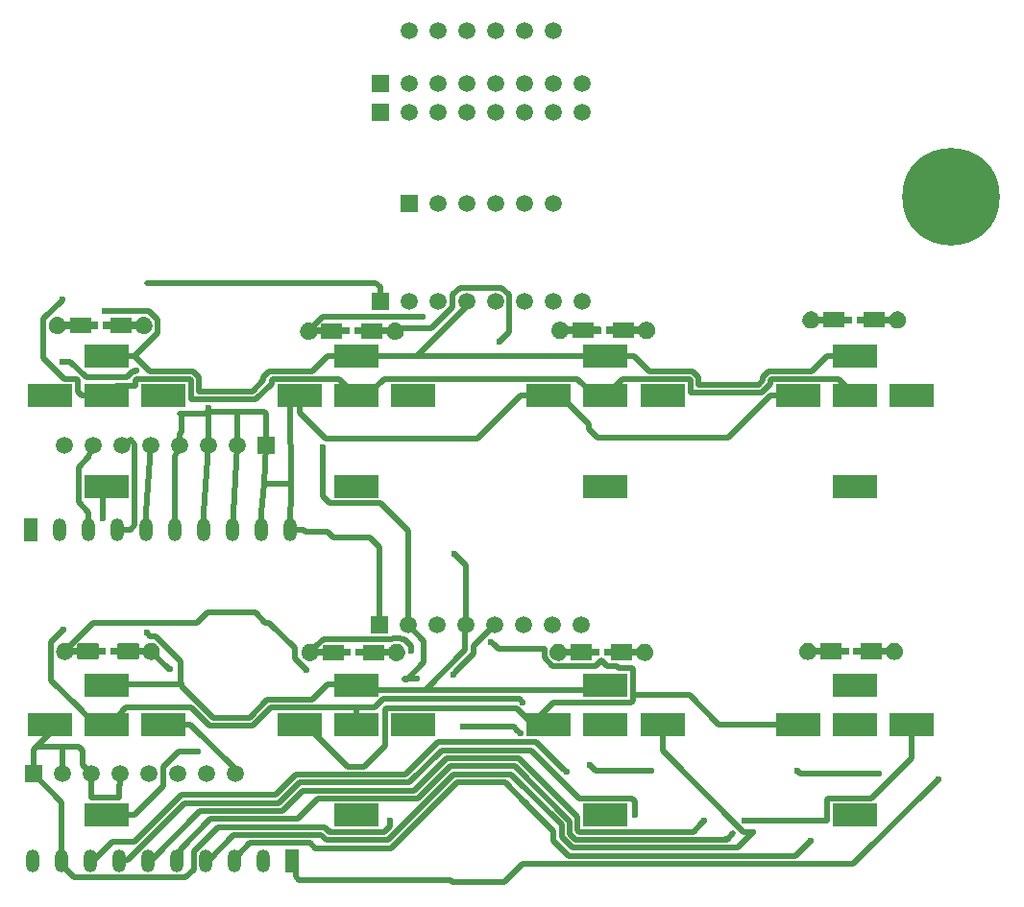
<source format=gbl>
G04 #@! TF.GenerationSoftware,KiCad,Pcbnew,(5.1.5)-3*
G04 #@! TF.CreationDate,2020-12-12T23:50:59-08:00*
G04 #@! TF.ProjectId,button_pcb_4x_laz16-11_,62757474-6f6e-45f7-9063-625f34785f6c,rev?*
G04 #@! TF.SameCoordinates,Original*
G04 #@! TF.FileFunction,Copper,L2,Bot*
G04 #@! TF.FilePolarity,Positive*
%FSLAX46Y46*%
G04 Gerber Fmt 4.6, Leading zero omitted, Abs format (unit mm)*
G04 Created by KiCad (PCBNEW (5.1.5)-3) date 2020-12-12 23:50:59*
%MOMM*%
%LPD*%
G04 APERTURE LIST*
%ADD10C,0.100000*%
%ADD11R,4.000000X2.000000*%
%ADD12C,1.500000*%
%ADD13R,1.500000X1.500000*%
%ADD14O,1.200000X2.000000*%
%ADD15R,1.200000X2.000000*%
%ADD16C,8.600000*%
%ADD17C,0.600000*%
%ADD18C,0.508000*%
G04 APERTURE END LIST*
G04 #@! TA.AperFunction,ComponentPad*
D10*
G36*
X78988191Y49436247D02*
G01*
X78914849Y49450836D01*
X78843290Y49472543D01*
X78774203Y49501160D01*
X78708254Y49536411D01*
X78646077Y49577956D01*
X78588272Y49625395D01*
X78535395Y49678272D01*
X78487956Y49736077D01*
X78446411Y49798254D01*
X78411160Y49864203D01*
X78382543Y49933290D01*
X78360836Y50004849D01*
X78346247Y50078191D01*
X78338918Y50152610D01*
X78338918Y50227390D01*
X78346247Y50301809D01*
X78360836Y50375151D01*
X78382543Y50446710D01*
X78411160Y50515797D01*
X78446411Y50581746D01*
X78487956Y50643923D01*
X78535395Y50701728D01*
X78588272Y50754605D01*
X78646077Y50802044D01*
X78708254Y50843589D01*
X78774203Y50878840D01*
X78843290Y50907457D01*
X78914849Y50929164D01*
X78988191Y50943753D01*
X79062610Y50951082D01*
X79137390Y50951082D01*
X79211809Y50943753D01*
X79285151Y50929164D01*
X79356710Y50907457D01*
X79425797Y50878840D01*
X79491746Y50843589D01*
X79553923Y50802044D01*
X79611728Y50754605D01*
X79664605Y50701728D01*
X79712044Y50643923D01*
X79753589Y50581746D01*
X79788840Y50515797D01*
X79797869Y50494000D01*
X80193000Y50494000D01*
X80193000Y50825000D01*
X80193961Y50834755D01*
X80196806Y50844134D01*
X80201427Y50852779D01*
X80207645Y50860355D01*
X80215221Y50866573D01*
X80223866Y50871194D01*
X80233245Y50874039D01*
X80243000Y50875000D01*
X82021000Y50875000D01*
X82030755Y50874039D01*
X82040134Y50871194D01*
X82048779Y50866573D01*
X82056355Y50860355D01*
X82062573Y50852779D01*
X82067194Y50844134D01*
X82070039Y50834755D01*
X82071000Y50825000D01*
X82071000Y50494000D01*
X82656000Y50494000D01*
X82665755Y50493039D01*
X82675134Y50490194D01*
X82683779Y50485573D01*
X82691355Y50479355D01*
X82697573Y50471779D01*
X82702194Y50463134D01*
X82705039Y50453755D01*
X82706000Y50444000D01*
X82706000Y49936000D01*
X82705039Y49926245D01*
X82702194Y49916866D01*
X82697573Y49908221D01*
X82691355Y49900645D01*
X82683779Y49894427D01*
X82675134Y49889806D01*
X82665755Y49886961D01*
X82656000Y49886000D01*
X82071000Y49886000D01*
X82071000Y49555000D01*
X82070039Y49545245D01*
X82067194Y49535866D01*
X82062573Y49527221D01*
X82056355Y49519645D01*
X82048779Y49513427D01*
X82040134Y49508806D01*
X82030755Y49505961D01*
X82021000Y49505000D01*
X80243000Y49505000D01*
X80233245Y49505961D01*
X80223866Y49508806D01*
X80215221Y49513427D01*
X80207645Y49519645D01*
X80201427Y49527221D01*
X80196806Y49535866D01*
X80193961Y49545245D01*
X80193000Y49555000D01*
X80193000Y49886000D01*
X79797869Y49886000D01*
X79788840Y49864203D01*
X79753589Y49798254D01*
X79712044Y49736077D01*
X79664605Y49678272D01*
X79611728Y49625395D01*
X79553923Y49577956D01*
X79491746Y49536411D01*
X79425797Y49501160D01*
X79356710Y49472543D01*
X79285151Y49450836D01*
X79211809Y49436247D01*
X79137390Y49428918D01*
X79062610Y49428918D01*
X78988191Y49436247D01*
G37*
G04 #@! TD.AperFunction*
G04 #@! TA.AperFunction,ComponentPad*
G36*
X86608191Y49436247D02*
G01*
X86534849Y49450836D01*
X86463290Y49472543D01*
X86394203Y49501160D01*
X86328254Y49536411D01*
X86266077Y49577956D01*
X86208272Y49625395D01*
X86155395Y49678272D01*
X86107956Y49736077D01*
X86066411Y49798254D01*
X86031160Y49864203D01*
X86022131Y49886000D01*
X85627000Y49886000D01*
X85627000Y49555000D01*
X85626039Y49545245D01*
X85623194Y49535866D01*
X85618573Y49527221D01*
X85612355Y49519645D01*
X85604779Y49513427D01*
X85596134Y49508806D01*
X85586755Y49505961D01*
X85577000Y49505000D01*
X83799000Y49505000D01*
X83789245Y49505961D01*
X83779866Y49508806D01*
X83771221Y49513427D01*
X83763645Y49519645D01*
X83757427Y49527221D01*
X83752806Y49535866D01*
X83749961Y49545245D01*
X83749000Y49555000D01*
X83749000Y49886000D01*
X83164000Y49886000D01*
X83154245Y49886961D01*
X83144866Y49889806D01*
X83136221Y49894427D01*
X83128645Y49900645D01*
X83122427Y49908221D01*
X83117806Y49916866D01*
X83114961Y49926245D01*
X83114000Y49936000D01*
X83114000Y50444000D01*
X83114961Y50453755D01*
X83117806Y50463134D01*
X83122427Y50471779D01*
X83128645Y50479355D01*
X83136221Y50485573D01*
X83144866Y50490194D01*
X83154245Y50493039D01*
X83164000Y50494000D01*
X83749000Y50494000D01*
X83749000Y50825000D01*
X83749961Y50834755D01*
X83752806Y50844134D01*
X83757427Y50852779D01*
X83763645Y50860355D01*
X83771221Y50866573D01*
X83779866Y50871194D01*
X83789245Y50874039D01*
X83799000Y50875000D01*
X85577000Y50875000D01*
X85586755Y50874039D01*
X85596134Y50871194D01*
X85604779Y50866573D01*
X85612355Y50860355D01*
X85618573Y50852779D01*
X85623194Y50844134D01*
X85626039Y50834755D01*
X85627000Y50825000D01*
X85627000Y50494000D01*
X86022131Y50494000D01*
X86031160Y50515797D01*
X86066411Y50581746D01*
X86107956Y50643923D01*
X86155395Y50701728D01*
X86208272Y50754605D01*
X86266077Y50802044D01*
X86328254Y50843589D01*
X86394203Y50878840D01*
X86463290Y50907457D01*
X86534849Y50929164D01*
X86608191Y50943753D01*
X86682610Y50951082D01*
X86757390Y50951082D01*
X86831809Y50943753D01*
X86905151Y50929164D01*
X86976710Y50907457D01*
X87045797Y50878840D01*
X87111746Y50843589D01*
X87173923Y50802044D01*
X87231728Y50754605D01*
X87284605Y50701728D01*
X87332044Y50643923D01*
X87373589Y50581746D01*
X87408840Y50515797D01*
X87437457Y50446710D01*
X87459164Y50375151D01*
X87473753Y50301809D01*
X87481082Y50227390D01*
X87481082Y50152610D01*
X87473753Y50078191D01*
X87459164Y50004849D01*
X87437457Y49933290D01*
X87408840Y49864203D01*
X87373589Y49798254D01*
X87332044Y49736077D01*
X87284605Y49678272D01*
X87231728Y49625395D01*
X87173923Y49577956D01*
X87111746Y49536411D01*
X87045797Y49501160D01*
X86976710Y49472543D01*
X86905151Y49450836D01*
X86831809Y49436247D01*
X86757390Y49428918D01*
X86682610Y49428918D01*
X86608191Y49436247D01*
G37*
G04 #@! TD.AperFunction*
G04 #@! TA.AperFunction,ComponentPad*
G36*
X56878191Y48526247D02*
G01*
X56804849Y48540836D01*
X56733290Y48562543D01*
X56664203Y48591160D01*
X56598254Y48626411D01*
X56536077Y48667956D01*
X56478272Y48715395D01*
X56425395Y48768272D01*
X56377956Y48826077D01*
X56336411Y48888254D01*
X56301160Y48954203D01*
X56272543Y49023290D01*
X56250836Y49094849D01*
X56236247Y49168191D01*
X56228918Y49242610D01*
X56228918Y49317390D01*
X56236247Y49391809D01*
X56250836Y49465151D01*
X56272543Y49536710D01*
X56301160Y49605797D01*
X56336411Y49671746D01*
X56377956Y49733923D01*
X56425395Y49791728D01*
X56478272Y49844605D01*
X56536077Y49892044D01*
X56598254Y49933589D01*
X56664203Y49968840D01*
X56733290Y49997457D01*
X56804849Y50019164D01*
X56878191Y50033753D01*
X56952610Y50041082D01*
X57027390Y50041082D01*
X57101809Y50033753D01*
X57175151Y50019164D01*
X57246710Y49997457D01*
X57315797Y49968840D01*
X57381746Y49933589D01*
X57443923Y49892044D01*
X57501728Y49844605D01*
X57554605Y49791728D01*
X57602044Y49733923D01*
X57643589Y49671746D01*
X57678840Y49605797D01*
X57687869Y49584000D01*
X58083000Y49584000D01*
X58083000Y49915000D01*
X58083961Y49924755D01*
X58086806Y49934134D01*
X58091427Y49942779D01*
X58097645Y49950355D01*
X58105221Y49956573D01*
X58113866Y49961194D01*
X58123245Y49964039D01*
X58133000Y49965000D01*
X59911000Y49965000D01*
X59920755Y49964039D01*
X59930134Y49961194D01*
X59938779Y49956573D01*
X59946355Y49950355D01*
X59952573Y49942779D01*
X59957194Y49934134D01*
X59960039Y49924755D01*
X59961000Y49915000D01*
X59961000Y49584000D01*
X60546000Y49584000D01*
X60555755Y49583039D01*
X60565134Y49580194D01*
X60573779Y49575573D01*
X60581355Y49569355D01*
X60587573Y49561779D01*
X60592194Y49553134D01*
X60595039Y49543755D01*
X60596000Y49534000D01*
X60596000Y49026000D01*
X60595039Y49016245D01*
X60592194Y49006866D01*
X60587573Y48998221D01*
X60581355Y48990645D01*
X60573779Y48984427D01*
X60565134Y48979806D01*
X60555755Y48976961D01*
X60546000Y48976000D01*
X59961000Y48976000D01*
X59961000Y48645000D01*
X59960039Y48635245D01*
X59957194Y48625866D01*
X59952573Y48617221D01*
X59946355Y48609645D01*
X59938779Y48603427D01*
X59930134Y48598806D01*
X59920755Y48595961D01*
X59911000Y48595000D01*
X58133000Y48595000D01*
X58123245Y48595961D01*
X58113866Y48598806D01*
X58105221Y48603427D01*
X58097645Y48609645D01*
X58091427Y48617221D01*
X58086806Y48625866D01*
X58083961Y48635245D01*
X58083000Y48645000D01*
X58083000Y48976000D01*
X57687869Y48976000D01*
X57678840Y48954203D01*
X57643589Y48888254D01*
X57602044Y48826077D01*
X57554605Y48768272D01*
X57501728Y48715395D01*
X57443923Y48667956D01*
X57381746Y48626411D01*
X57315797Y48591160D01*
X57246710Y48562543D01*
X57175151Y48540836D01*
X57101809Y48526247D01*
X57027390Y48518918D01*
X56952610Y48518918D01*
X56878191Y48526247D01*
G37*
G04 #@! TD.AperFunction*
G04 #@! TA.AperFunction,ComponentPad*
G36*
X64498191Y48526247D02*
G01*
X64424849Y48540836D01*
X64353290Y48562543D01*
X64284203Y48591160D01*
X64218254Y48626411D01*
X64156077Y48667956D01*
X64098272Y48715395D01*
X64045395Y48768272D01*
X63997956Y48826077D01*
X63956411Y48888254D01*
X63921160Y48954203D01*
X63912131Y48976000D01*
X63517000Y48976000D01*
X63517000Y48645000D01*
X63516039Y48635245D01*
X63513194Y48625866D01*
X63508573Y48617221D01*
X63502355Y48609645D01*
X63494779Y48603427D01*
X63486134Y48598806D01*
X63476755Y48595961D01*
X63467000Y48595000D01*
X61689000Y48595000D01*
X61679245Y48595961D01*
X61669866Y48598806D01*
X61661221Y48603427D01*
X61653645Y48609645D01*
X61647427Y48617221D01*
X61642806Y48625866D01*
X61639961Y48635245D01*
X61639000Y48645000D01*
X61639000Y48976000D01*
X61054000Y48976000D01*
X61044245Y48976961D01*
X61034866Y48979806D01*
X61026221Y48984427D01*
X61018645Y48990645D01*
X61012427Y48998221D01*
X61007806Y49006866D01*
X61004961Y49016245D01*
X61004000Y49026000D01*
X61004000Y49534000D01*
X61004961Y49543755D01*
X61007806Y49553134D01*
X61012427Y49561779D01*
X61018645Y49569355D01*
X61026221Y49575573D01*
X61034866Y49580194D01*
X61044245Y49583039D01*
X61054000Y49584000D01*
X61639000Y49584000D01*
X61639000Y49915000D01*
X61639961Y49924755D01*
X61642806Y49934134D01*
X61647427Y49942779D01*
X61653645Y49950355D01*
X61661221Y49956573D01*
X61669866Y49961194D01*
X61679245Y49964039D01*
X61689000Y49965000D01*
X63467000Y49965000D01*
X63476755Y49964039D01*
X63486134Y49961194D01*
X63494779Y49956573D01*
X63502355Y49950355D01*
X63508573Y49942779D01*
X63513194Y49934134D01*
X63516039Y49924755D01*
X63517000Y49915000D01*
X63517000Y49584000D01*
X63912131Y49584000D01*
X63921160Y49605797D01*
X63956411Y49671746D01*
X63997956Y49733923D01*
X64045395Y49791728D01*
X64098272Y49844605D01*
X64156077Y49892044D01*
X64218254Y49933589D01*
X64284203Y49968840D01*
X64353290Y49997457D01*
X64424849Y50019164D01*
X64498191Y50033753D01*
X64572610Y50041082D01*
X64647390Y50041082D01*
X64721809Y50033753D01*
X64795151Y50019164D01*
X64866710Y49997457D01*
X64935797Y49968840D01*
X65001746Y49933589D01*
X65063923Y49892044D01*
X65121728Y49844605D01*
X65174605Y49791728D01*
X65222044Y49733923D01*
X65263589Y49671746D01*
X65298840Y49605797D01*
X65327457Y49536710D01*
X65349164Y49465151D01*
X65363753Y49391809D01*
X65371082Y49317390D01*
X65371082Y49242610D01*
X65363753Y49168191D01*
X65349164Y49094849D01*
X65327457Y49023290D01*
X65298840Y48954203D01*
X65263589Y48888254D01*
X65222044Y48826077D01*
X65174605Y48768272D01*
X65121728Y48715395D01*
X65063923Y48667956D01*
X65001746Y48626411D01*
X64935797Y48591160D01*
X64866710Y48562543D01*
X64795151Y48540836D01*
X64721809Y48526247D01*
X64647390Y48518918D01*
X64572610Y48518918D01*
X64498191Y48526247D01*
G37*
G04 #@! TD.AperFunction*
G04 #@! TA.AperFunction,ComponentPad*
G36*
X34718191Y48456247D02*
G01*
X34644849Y48470836D01*
X34573290Y48492543D01*
X34504203Y48521160D01*
X34438254Y48556411D01*
X34376077Y48597956D01*
X34318272Y48645395D01*
X34265395Y48698272D01*
X34217956Y48756077D01*
X34176411Y48818254D01*
X34141160Y48884203D01*
X34112543Y48953290D01*
X34090836Y49024849D01*
X34076247Y49098191D01*
X34068918Y49172610D01*
X34068918Y49247390D01*
X34076247Y49321809D01*
X34090836Y49395151D01*
X34112543Y49466710D01*
X34141160Y49535797D01*
X34176411Y49601746D01*
X34217956Y49663923D01*
X34265395Y49721728D01*
X34318272Y49774605D01*
X34376077Y49822044D01*
X34438254Y49863589D01*
X34504203Y49898840D01*
X34573290Y49927457D01*
X34644849Y49949164D01*
X34718191Y49963753D01*
X34792610Y49971082D01*
X34867390Y49971082D01*
X34941809Y49963753D01*
X35015151Y49949164D01*
X35086710Y49927457D01*
X35155797Y49898840D01*
X35221746Y49863589D01*
X35283923Y49822044D01*
X35341728Y49774605D01*
X35394605Y49721728D01*
X35442044Y49663923D01*
X35483589Y49601746D01*
X35518840Y49535797D01*
X35527869Y49514000D01*
X35923000Y49514000D01*
X35923000Y49845000D01*
X35923961Y49854755D01*
X35926806Y49864134D01*
X35931427Y49872779D01*
X35937645Y49880355D01*
X35945221Y49886573D01*
X35953866Y49891194D01*
X35963245Y49894039D01*
X35973000Y49895000D01*
X37751000Y49895000D01*
X37760755Y49894039D01*
X37770134Y49891194D01*
X37778779Y49886573D01*
X37786355Y49880355D01*
X37792573Y49872779D01*
X37797194Y49864134D01*
X37800039Y49854755D01*
X37801000Y49845000D01*
X37801000Y49514000D01*
X38386000Y49514000D01*
X38395755Y49513039D01*
X38405134Y49510194D01*
X38413779Y49505573D01*
X38421355Y49499355D01*
X38427573Y49491779D01*
X38432194Y49483134D01*
X38435039Y49473755D01*
X38436000Y49464000D01*
X38436000Y48956000D01*
X38435039Y48946245D01*
X38432194Y48936866D01*
X38427573Y48928221D01*
X38421355Y48920645D01*
X38413779Y48914427D01*
X38405134Y48909806D01*
X38395755Y48906961D01*
X38386000Y48906000D01*
X37801000Y48906000D01*
X37801000Y48575000D01*
X37800039Y48565245D01*
X37797194Y48555866D01*
X37792573Y48547221D01*
X37786355Y48539645D01*
X37778779Y48533427D01*
X37770134Y48528806D01*
X37760755Y48525961D01*
X37751000Y48525000D01*
X35973000Y48525000D01*
X35963245Y48525961D01*
X35953866Y48528806D01*
X35945221Y48533427D01*
X35937645Y48539645D01*
X35931427Y48547221D01*
X35926806Y48555866D01*
X35923961Y48565245D01*
X35923000Y48575000D01*
X35923000Y48906000D01*
X35527869Y48906000D01*
X35518840Y48884203D01*
X35483589Y48818254D01*
X35442044Y48756077D01*
X35394605Y48698272D01*
X35341728Y48645395D01*
X35283923Y48597956D01*
X35221746Y48556411D01*
X35155797Y48521160D01*
X35086710Y48492543D01*
X35015151Y48470836D01*
X34941809Y48456247D01*
X34867390Y48448918D01*
X34792610Y48448918D01*
X34718191Y48456247D01*
G37*
G04 #@! TD.AperFunction*
G04 #@! TA.AperFunction,ComponentPad*
G36*
X42338191Y48456247D02*
G01*
X42264849Y48470836D01*
X42193290Y48492543D01*
X42124203Y48521160D01*
X42058254Y48556411D01*
X41996077Y48597956D01*
X41938272Y48645395D01*
X41885395Y48698272D01*
X41837956Y48756077D01*
X41796411Y48818254D01*
X41761160Y48884203D01*
X41752131Y48906000D01*
X41357000Y48906000D01*
X41357000Y48575000D01*
X41356039Y48565245D01*
X41353194Y48555866D01*
X41348573Y48547221D01*
X41342355Y48539645D01*
X41334779Y48533427D01*
X41326134Y48528806D01*
X41316755Y48525961D01*
X41307000Y48525000D01*
X39529000Y48525000D01*
X39519245Y48525961D01*
X39509866Y48528806D01*
X39501221Y48533427D01*
X39493645Y48539645D01*
X39487427Y48547221D01*
X39482806Y48555866D01*
X39479961Y48565245D01*
X39479000Y48575000D01*
X39479000Y48906000D01*
X38894000Y48906000D01*
X38884245Y48906961D01*
X38874866Y48909806D01*
X38866221Y48914427D01*
X38858645Y48920645D01*
X38852427Y48928221D01*
X38847806Y48936866D01*
X38844961Y48946245D01*
X38844000Y48956000D01*
X38844000Y49464000D01*
X38844961Y49473755D01*
X38847806Y49483134D01*
X38852427Y49491779D01*
X38858645Y49499355D01*
X38866221Y49505573D01*
X38874866Y49510194D01*
X38884245Y49513039D01*
X38894000Y49514000D01*
X39479000Y49514000D01*
X39479000Y49845000D01*
X39479961Y49854755D01*
X39482806Y49864134D01*
X39487427Y49872779D01*
X39493645Y49880355D01*
X39501221Y49886573D01*
X39509866Y49891194D01*
X39519245Y49894039D01*
X39529000Y49895000D01*
X41307000Y49895000D01*
X41316755Y49894039D01*
X41326134Y49891194D01*
X41334779Y49886573D01*
X41342355Y49880355D01*
X41348573Y49872779D01*
X41353194Y49864134D01*
X41356039Y49854755D01*
X41357000Y49845000D01*
X41357000Y49514000D01*
X41752131Y49514000D01*
X41761160Y49535797D01*
X41796411Y49601746D01*
X41837956Y49663923D01*
X41885395Y49721728D01*
X41938272Y49774605D01*
X41996077Y49822044D01*
X42058254Y49863589D01*
X42124203Y49898840D01*
X42193290Y49927457D01*
X42264849Y49949164D01*
X42338191Y49963753D01*
X42412610Y49971082D01*
X42487390Y49971082D01*
X42561809Y49963753D01*
X42635151Y49949164D01*
X42706710Y49927457D01*
X42775797Y49898840D01*
X42841746Y49863589D01*
X42903923Y49822044D01*
X42961728Y49774605D01*
X43014605Y49721728D01*
X43062044Y49663923D01*
X43103589Y49601746D01*
X43138840Y49535797D01*
X43167457Y49466710D01*
X43189164Y49395151D01*
X43203753Y49321809D01*
X43211082Y49247390D01*
X43211082Y49172610D01*
X43203753Y49098191D01*
X43189164Y49024849D01*
X43167457Y48953290D01*
X43138840Y48884203D01*
X43103589Y48818254D01*
X43062044Y48756077D01*
X43014605Y48698272D01*
X42961728Y48645395D01*
X42903923Y48597956D01*
X42841746Y48556411D01*
X42775797Y48521160D01*
X42706710Y48492543D01*
X42635151Y48470836D01*
X42561809Y48456247D01*
X42487390Y48448918D01*
X42412610Y48448918D01*
X42338191Y48456247D01*
G37*
G04 #@! TD.AperFunction*
G04 #@! TA.AperFunction,ComponentPad*
G36*
X12558191Y48956247D02*
G01*
X12484849Y48970836D01*
X12413290Y48992543D01*
X12344203Y49021160D01*
X12278254Y49056411D01*
X12216077Y49097956D01*
X12158272Y49145395D01*
X12105395Y49198272D01*
X12057956Y49256077D01*
X12016411Y49318254D01*
X11981160Y49384203D01*
X11952543Y49453290D01*
X11930836Y49524849D01*
X11916247Y49598191D01*
X11908918Y49672610D01*
X11908918Y49747390D01*
X11916247Y49821809D01*
X11930836Y49895151D01*
X11952543Y49966710D01*
X11981160Y50035797D01*
X12016411Y50101746D01*
X12057956Y50163923D01*
X12105395Y50221728D01*
X12158272Y50274605D01*
X12216077Y50322044D01*
X12278254Y50363589D01*
X12344203Y50398840D01*
X12413290Y50427457D01*
X12484849Y50449164D01*
X12558191Y50463753D01*
X12632610Y50471082D01*
X12707390Y50471082D01*
X12781809Y50463753D01*
X12855151Y50449164D01*
X12926710Y50427457D01*
X12995797Y50398840D01*
X13061746Y50363589D01*
X13123923Y50322044D01*
X13181728Y50274605D01*
X13234605Y50221728D01*
X13282044Y50163923D01*
X13323589Y50101746D01*
X13358840Y50035797D01*
X13367869Y50014000D01*
X13763000Y50014000D01*
X13763000Y50345000D01*
X13763961Y50354755D01*
X13766806Y50364134D01*
X13771427Y50372779D01*
X13777645Y50380355D01*
X13785221Y50386573D01*
X13793866Y50391194D01*
X13803245Y50394039D01*
X13813000Y50395000D01*
X15591000Y50395000D01*
X15600755Y50394039D01*
X15610134Y50391194D01*
X15618779Y50386573D01*
X15626355Y50380355D01*
X15632573Y50372779D01*
X15637194Y50364134D01*
X15640039Y50354755D01*
X15641000Y50345000D01*
X15641000Y50014000D01*
X16226000Y50014000D01*
X16235755Y50013039D01*
X16245134Y50010194D01*
X16253779Y50005573D01*
X16261355Y49999355D01*
X16267573Y49991779D01*
X16272194Y49983134D01*
X16275039Y49973755D01*
X16276000Y49964000D01*
X16276000Y49456000D01*
X16275039Y49446245D01*
X16272194Y49436866D01*
X16267573Y49428221D01*
X16261355Y49420645D01*
X16253779Y49414427D01*
X16245134Y49409806D01*
X16235755Y49406961D01*
X16226000Y49406000D01*
X15641000Y49406000D01*
X15641000Y49075000D01*
X15640039Y49065245D01*
X15637194Y49055866D01*
X15632573Y49047221D01*
X15626355Y49039645D01*
X15618779Y49033427D01*
X15610134Y49028806D01*
X15600755Y49025961D01*
X15591000Y49025000D01*
X13813000Y49025000D01*
X13803245Y49025961D01*
X13793866Y49028806D01*
X13785221Y49033427D01*
X13777645Y49039645D01*
X13771427Y49047221D01*
X13766806Y49055866D01*
X13763961Y49065245D01*
X13763000Y49075000D01*
X13763000Y49406000D01*
X13367869Y49406000D01*
X13358840Y49384203D01*
X13323589Y49318254D01*
X13282044Y49256077D01*
X13234605Y49198272D01*
X13181728Y49145395D01*
X13123923Y49097956D01*
X13061746Y49056411D01*
X12995797Y49021160D01*
X12926710Y48992543D01*
X12855151Y48970836D01*
X12781809Y48956247D01*
X12707390Y48948918D01*
X12632610Y48948918D01*
X12558191Y48956247D01*
G37*
G04 #@! TD.AperFunction*
G04 #@! TA.AperFunction,ComponentPad*
G36*
X20178191Y48956247D02*
G01*
X20104849Y48970836D01*
X20033290Y48992543D01*
X19964203Y49021160D01*
X19898254Y49056411D01*
X19836077Y49097956D01*
X19778272Y49145395D01*
X19725395Y49198272D01*
X19677956Y49256077D01*
X19636411Y49318254D01*
X19601160Y49384203D01*
X19592131Y49406000D01*
X19197000Y49406000D01*
X19197000Y49075000D01*
X19196039Y49065245D01*
X19193194Y49055866D01*
X19188573Y49047221D01*
X19182355Y49039645D01*
X19174779Y49033427D01*
X19166134Y49028806D01*
X19156755Y49025961D01*
X19147000Y49025000D01*
X17369000Y49025000D01*
X17359245Y49025961D01*
X17349866Y49028806D01*
X17341221Y49033427D01*
X17333645Y49039645D01*
X17327427Y49047221D01*
X17322806Y49055866D01*
X17319961Y49065245D01*
X17319000Y49075000D01*
X17319000Y49406000D01*
X16734000Y49406000D01*
X16724245Y49406961D01*
X16714866Y49409806D01*
X16706221Y49414427D01*
X16698645Y49420645D01*
X16692427Y49428221D01*
X16687806Y49436866D01*
X16684961Y49446245D01*
X16684000Y49456000D01*
X16684000Y49964000D01*
X16684961Y49973755D01*
X16687806Y49983134D01*
X16692427Y49991779D01*
X16698645Y49999355D01*
X16706221Y50005573D01*
X16714866Y50010194D01*
X16724245Y50013039D01*
X16734000Y50014000D01*
X17319000Y50014000D01*
X17319000Y50345000D01*
X17319961Y50354755D01*
X17322806Y50364134D01*
X17327427Y50372779D01*
X17333645Y50380355D01*
X17341221Y50386573D01*
X17349866Y50391194D01*
X17359245Y50394039D01*
X17369000Y50395000D01*
X19147000Y50395000D01*
X19156755Y50394039D01*
X19166134Y50391194D01*
X19174779Y50386573D01*
X19182355Y50380355D01*
X19188573Y50372779D01*
X19193194Y50364134D01*
X19196039Y50354755D01*
X19197000Y50345000D01*
X19197000Y50014000D01*
X19592131Y50014000D01*
X19601160Y50035797D01*
X19636411Y50101746D01*
X19677956Y50163923D01*
X19725395Y50221728D01*
X19778272Y50274605D01*
X19836077Y50322044D01*
X19898254Y50363589D01*
X19964203Y50398840D01*
X20033290Y50427457D01*
X20104849Y50449164D01*
X20178191Y50463753D01*
X20252610Y50471082D01*
X20327390Y50471082D01*
X20401809Y50463753D01*
X20475151Y50449164D01*
X20546710Y50427457D01*
X20615797Y50398840D01*
X20681746Y50363589D01*
X20743923Y50322044D01*
X20801728Y50274605D01*
X20854605Y50221728D01*
X20902044Y50163923D01*
X20943589Y50101746D01*
X20978840Y50035797D01*
X21007457Y49966710D01*
X21029164Y49895151D01*
X21043753Y49821809D01*
X21051082Y49747390D01*
X21051082Y49672610D01*
X21043753Y49598191D01*
X21029164Y49524849D01*
X21007457Y49453290D01*
X20978840Y49384203D01*
X20943589Y49318254D01*
X20902044Y49256077D01*
X20854605Y49198272D01*
X20801728Y49145395D01*
X20743923Y49097956D01*
X20681746Y49056411D01*
X20615797Y49021160D01*
X20546710Y48992543D01*
X20475151Y48970836D01*
X20401809Y48956247D01*
X20327390Y48948918D01*
X20252610Y48948918D01*
X20178191Y48956247D01*
G37*
G04 #@! TD.AperFunction*
G04 #@! TA.AperFunction,ComponentPad*
G36*
X78718191Y20206247D02*
G01*
X78644849Y20220836D01*
X78573290Y20242543D01*
X78504203Y20271160D01*
X78438254Y20306411D01*
X78376077Y20347956D01*
X78318272Y20395395D01*
X78265395Y20448272D01*
X78217956Y20506077D01*
X78176411Y20568254D01*
X78141160Y20634203D01*
X78112543Y20703290D01*
X78090836Y20774849D01*
X78076247Y20848191D01*
X78068918Y20922610D01*
X78068918Y20997390D01*
X78076247Y21071809D01*
X78090836Y21145151D01*
X78112543Y21216710D01*
X78141160Y21285797D01*
X78176411Y21351746D01*
X78217956Y21413923D01*
X78265395Y21471728D01*
X78318272Y21524605D01*
X78376077Y21572044D01*
X78438254Y21613589D01*
X78504203Y21648840D01*
X78573290Y21677457D01*
X78644849Y21699164D01*
X78718191Y21713753D01*
X78792610Y21721082D01*
X78867390Y21721082D01*
X78941809Y21713753D01*
X79015151Y21699164D01*
X79086710Y21677457D01*
X79155797Y21648840D01*
X79221746Y21613589D01*
X79283923Y21572044D01*
X79341728Y21524605D01*
X79394605Y21471728D01*
X79442044Y21413923D01*
X79483589Y21351746D01*
X79518840Y21285797D01*
X79527869Y21264000D01*
X79923000Y21264000D01*
X79923000Y21595000D01*
X79923961Y21604755D01*
X79926806Y21614134D01*
X79931427Y21622779D01*
X79937645Y21630355D01*
X79945221Y21636573D01*
X79953866Y21641194D01*
X79963245Y21644039D01*
X79973000Y21645000D01*
X81751000Y21645000D01*
X81760755Y21644039D01*
X81770134Y21641194D01*
X81778779Y21636573D01*
X81786355Y21630355D01*
X81792573Y21622779D01*
X81797194Y21614134D01*
X81800039Y21604755D01*
X81801000Y21595000D01*
X81801000Y21264000D01*
X82386000Y21264000D01*
X82395755Y21263039D01*
X82405134Y21260194D01*
X82413779Y21255573D01*
X82421355Y21249355D01*
X82427573Y21241779D01*
X82432194Y21233134D01*
X82435039Y21223755D01*
X82436000Y21214000D01*
X82436000Y20706000D01*
X82435039Y20696245D01*
X82432194Y20686866D01*
X82427573Y20678221D01*
X82421355Y20670645D01*
X82413779Y20664427D01*
X82405134Y20659806D01*
X82395755Y20656961D01*
X82386000Y20656000D01*
X81801000Y20656000D01*
X81801000Y20325000D01*
X81800039Y20315245D01*
X81797194Y20305866D01*
X81792573Y20297221D01*
X81786355Y20289645D01*
X81778779Y20283427D01*
X81770134Y20278806D01*
X81760755Y20275961D01*
X81751000Y20275000D01*
X79973000Y20275000D01*
X79963245Y20275961D01*
X79953866Y20278806D01*
X79945221Y20283427D01*
X79937645Y20289645D01*
X79931427Y20297221D01*
X79926806Y20305866D01*
X79923961Y20315245D01*
X79923000Y20325000D01*
X79923000Y20656000D01*
X79527869Y20656000D01*
X79518840Y20634203D01*
X79483589Y20568254D01*
X79442044Y20506077D01*
X79394605Y20448272D01*
X79341728Y20395395D01*
X79283923Y20347956D01*
X79221746Y20306411D01*
X79155797Y20271160D01*
X79086710Y20242543D01*
X79015151Y20220836D01*
X78941809Y20206247D01*
X78867390Y20198918D01*
X78792610Y20198918D01*
X78718191Y20206247D01*
G37*
G04 #@! TD.AperFunction*
G04 #@! TA.AperFunction,ComponentPad*
G36*
X86338191Y20206247D02*
G01*
X86264849Y20220836D01*
X86193290Y20242543D01*
X86124203Y20271160D01*
X86058254Y20306411D01*
X85996077Y20347956D01*
X85938272Y20395395D01*
X85885395Y20448272D01*
X85837956Y20506077D01*
X85796411Y20568254D01*
X85761160Y20634203D01*
X85752131Y20656000D01*
X85357000Y20656000D01*
X85357000Y20325000D01*
X85356039Y20315245D01*
X85353194Y20305866D01*
X85348573Y20297221D01*
X85342355Y20289645D01*
X85334779Y20283427D01*
X85326134Y20278806D01*
X85316755Y20275961D01*
X85307000Y20275000D01*
X83529000Y20275000D01*
X83519245Y20275961D01*
X83509866Y20278806D01*
X83501221Y20283427D01*
X83493645Y20289645D01*
X83487427Y20297221D01*
X83482806Y20305866D01*
X83479961Y20315245D01*
X83479000Y20325000D01*
X83479000Y20656000D01*
X82894000Y20656000D01*
X82884245Y20656961D01*
X82874866Y20659806D01*
X82866221Y20664427D01*
X82858645Y20670645D01*
X82852427Y20678221D01*
X82847806Y20686866D01*
X82844961Y20696245D01*
X82844000Y20706000D01*
X82844000Y21214000D01*
X82844961Y21223755D01*
X82847806Y21233134D01*
X82852427Y21241779D01*
X82858645Y21249355D01*
X82866221Y21255573D01*
X82874866Y21260194D01*
X82884245Y21263039D01*
X82894000Y21264000D01*
X83479000Y21264000D01*
X83479000Y21595000D01*
X83479961Y21604755D01*
X83482806Y21614134D01*
X83487427Y21622779D01*
X83493645Y21630355D01*
X83501221Y21636573D01*
X83509866Y21641194D01*
X83519245Y21644039D01*
X83529000Y21645000D01*
X85307000Y21645000D01*
X85316755Y21644039D01*
X85326134Y21641194D01*
X85334779Y21636573D01*
X85342355Y21630355D01*
X85348573Y21622779D01*
X85353194Y21614134D01*
X85356039Y21604755D01*
X85357000Y21595000D01*
X85357000Y21264000D01*
X85752131Y21264000D01*
X85761160Y21285797D01*
X85796411Y21351746D01*
X85837956Y21413923D01*
X85885395Y21471728D01*
X85938272Y21524605D01*
X85996077Y21572044D01*
X86058254Y21613589D01*
X86124203Y21648840D01*
X86193290Y21677457D01*
X86264849Y21699164D01*
X86338191Y21713753D01*
X86412610Y21721082D01*
X86487390Y21721082D01*
X86561809Y21713753D01*
X86635151Y21699164D01*
X86706710Y21677457D01*
X86775797Y21648840D01*
X86841746Y21613589D01*
X86903923Y21572044D01*
X86961728Y21524605D01*
X87014605Y21471728D01*
X87062044Y21413923D01*
X87103589Y21351746D01*
X87138840Y21285797D01*
X87167457Y21216710D01*
X87189164Y21145151D01*
X87203753Y21071809D01*
X87211082Y20997390D01*
X87211082Y20922610D01*
X87203753Y20848191D01*
X87189164Y20774849D01*
X87167457Y20703290D01*
X87138840Y20634203D01*
X87103589Y20568254D01*
X87062044Y20506077D01*
X87014605Y20448272D01*
X86961728Y20395395D01*
X86903923Y20347956D01*
X86841746Y20306411D01*
X86775797Y20271160D01*
X86706710Y20242543D01*
X86635151Y20220836D01*
X86561809Y20206247D01*
X86487390Y20198918D01*
X86412610Y20198918D01*
X86338191Y20206247D01*
G37*
G04 #@! TD.AperFunction*
G04 #@! TA.AperFunction,ComponentPad*
G36*
X56718191Y20122247D02*
G01*
X56644849Y20136836D01*
X56573290Y20158543D01*
X56504203Y20187160D01*
X56438254Y20222411D01*
X56376077Y20263956D01*
X56318272Y20311395D01*
X56265395Y20364272D01*
X56217956Y20422077D01*
X56176411Y20484254D01*
X56141160Y20550203D01*
X56112543Y20619290D01*
X56090836Y20690849D01*
X56076247Y20764191D01*
X56068918Y20838610D01*
X56068918Y20913390D01*
X56076247Y20987809D01*
X56090836Y21061151D01*
X56112543Y21132710D01*
X56141160Y21201797D01*
X56176411Y21267746D01*
X56217956Y21329923D01*
X56265395Y21387728D01*
X56318272Y21440605D01*
X56376077Y21488044D01*
X56438254Y21529589D01*
X56504203Y21564840D01*
X56573290Y21593457D01*
X56644849Y21615164D01*
X56718191Y21629753D01*
X56792610Y21637082D01*
X56867390Y21637082D01*
X56941809Y21629753D01*
X57015151Y21615164D01*
X57086710Y21593457D01*
X57155797Y21564840D01*
X57221746Y21529589D01*
X57283923Y21488044D01*
X57341728Y21440605D01*
X57394605Y21387728D01*
X57442044Y21329923D01*
X57483589Y21267746D01*
X57518840Y21201797D01*
X57527869Y21180000D01*
X57923000Y21180000D01*
X57923000Y21511000D01*
X57923961Y21520755D01*
X57926806Y21530134D01*
X57931427Y21538779D01*
X57937645Y21546355D01*
X57945221Y21552573D01*
X57953866Y21557194D01*
X57963245Y21560039D01*
X57973000Y21561000D01*
X59751000Y21561000D01*
X59760755Y21560039D01*
X59770134Y21557194D01*
X59778779Y21552573D01*
X59786355Y21546355D01*
X59792573Y21538779D01*
X59797194Y21530134D01*
X59800039Y21520755D01*
X59801000Y21511000D01*
X59801000Y21180000D01*
X60386000Y21180000D01*
X60395755Y21179039D01*
X60405134Y21176194D01*
X60413779Y21171573D01*
X60421355Y21165355D01*
X60427573Y21157779D01*
X60432194Y21149134D01*
X60435039Y21139755D01*
X60436000Y21130000D01*
X60436000Y20622000D01*
X60435039Y20612245D01*
X60432194Y20602866D01*
X60427573Y20594221D01*
X60421355Y20586645D01*
X60413779Y20580427D01*
X60405134Y20575806D01*
X60395755Y20572961D01*
X60386000Y20572000D01*
X59801000Y20572000D01*
X59801000Y20241000D01*
X59800039Y20231245D01*
X59797194Y20221866D01*
X59792573Y20213221D01*
X59786355Y20205645D01*
X59778779Y20199427D01*
X59770134Y20194806D01*
X59760755Y20191961D01*
X59751000Y20191000D01*
X57973000Y20191000D01*
X57963245Y20191961D01*
X57953866Y20194806D01*
X57945221Y20199427D01*
X57937645Y20205645D01*
X57931427Y20213221D01*
X57926806Y20221866D01*
X57923961Y20231245D01*
X57923000Y20241000D01*
X57923000Y20572000D01*
X57527869Y20572000D01*
X57518840Y20550203D01*
X57483589Y20484254D01*
X57442044Y20422077D01*
X57394605Y20364272D01*
X57341728Y20311395D01*
X57283923Y20263956D01*
X57221746Y20222411D01*
X57155797Y20187160D01*
X57086710Y20158543D01*
X57015151Y20136836D01*
X56941809Y20122247D01*
X56867390Y20114918D01*
X56792610Y20114918D01*
X56718191Y20122247D01*
G37*
G04 #@! TD.AperFunction*
G04 #@! TA.AperFunction,ComponentPad*
G36*
X64338191Y20122247D02*
G01*
X64264849Y20136836D01*
X64193290Y20158543D01*
X64124203Y20187160D01*
X64058254Y20222411D01*
X63996077Y20263956D01*
X63938272Y20311395D01*
X63885395Y20364272D01*
X63837956Y20422077D01*
X63796411Y20484254D01*
X63761160Y20550203D01*
X63752131Y20572000D01*
X63357000Y20572000D01*
X63357000Y20241000D01*
X63356039Y20231245D01*
X63353194Y20221866D01*
X63348573Y20213221D01*
X63342355Y20205645D01*
X63334779Y20199427D01*
X63326134Y20194806D01*
X63316755Y20191961D01*
X63307000Y20191000D01*
X61529000Y20191000D01*
X61519245Y20191961D01*
X61509866Y20194806D01*
X61501221Y20199427D01*
X61493645Y20205645D01*
X61487427Y20213221D01*
X61482806Y20221866D01*
X61479961Y20231245D01*
X61479000Y20241000D01*
X61479000Y20572000D01*
X60894000Y20572000D01*
X60884245Y20572961D01*
X60874866Y20575806D01*
X60866221Y20580427D01*
X60858645Y20586645D01*
X60852427Y20594221D01*
X60847806Y20602866D01*
X60844961Y20612245D01*
X60844000Y20622000D01*
X60844000Y21130000D01*
X60844961Y21139755D01*
X60847806Y21149134D01*
X60852427Y21157779D01*
X60858645Y21165355D01*
X60866221Y21171573D01*
X60874866Y21176194D01*
X60884245Y21179039D01*
X60894000Y21180000D01*
X61479000Y21180000D01*
X61479000Y21511000D01*
X61479961Y21520755D01*
X61482806Y21530134D01*
X61487427Y21538779D01*
X61493645Y21546355D01*
X61501221Y21552573D01*
X61509866Y21557194D01*
X61519245Y21560039D01*
X61529000Y21561000D01*
X63307000Y21561000D01*
X63316755Y21560039D01*
X63326134Y21557194D01*
X63334779Y21552573D01*
X63342355Y21546355D01*
X63348573Y21538779D01*
X63353194Y21530134D01*
X63356039Y21520755D01*
X63357000Y21511000D01*
X63357000Y21180000D01*
X63752131Y21180000D01*
X63761160Y21201797D01*
X63796411Y21267746D01*
X63837956Y21329923D01*
X63885395Y21387728D01*
X63938272Y21440605D01*
X63996077Y21488044D01*
X64058254Y21529589D01*
X64124203Y21564840D01*
X64193290Y21593457D01*
X64264849Y21615164D01*
X64338191Y21629753D01*
X64412610Y21637082D01*
X64487390Y21637082D01*
X64561809Y21629753D01*
X64635151Y21615164D01*
X64706710Y21593457D01*
X64775797Y21564840D01*
X64841746Y21529589D01*
X64903923Y21488044D01*
X64961728Y21440605D01*
X65014605Y21387728D01*
X65062044Y21329923D01*
X65103589Y21267746D01*
X65138840Y21201797D01*
X65167457Y21132710D01*
X65189164Y21061151D01*
X65203753Y20987809D01*
X65211082Y20913390D01*
X65211082Y20838610D01*
X65203753Y20764191D01*
X65189164Y20690849D01*
X65167457Y20619290D01*
X65138840Y20550203D01*
X65103589Y20484254D01*
X65062044Y20422077D01*
X65014605Y20364272D01*
X64961728Y20311395D01*
X64903923Y20263956D01*
X64841746Y20222411D01*
X64775797Y20187160D01*
X64706710Y20158543D01*
X64635151Y20136836D01*
X64561809Y20122247D01*
X64487390Y20114918D01*
X64412610Y20114918D01*
X64338191Y20122247D01*
G37*
G04 #@! TD.AperFunction*
G04 #@! TA.AperFunction,ComponentPad*
G36*
X34828191Y20116247D02*
G01*
X34754849Y20130836D01*
X34683290Y20152543D01*
X34614203Y20181160D01*
X34548254Y20216411D01*
X34486077Y20257956D01*
X34428272Y20305395D01*
X34375395Y20358272D01*
X34327956Y20416077D01*
X34286411Y20478254D01*
X34251160Y20544203D01*
X34222543Y20613290D01*
X34200836Y20684849D01*
X34186247Y20758191D01*
X34178918Y20832610D01*
X34178918Y20907390D01*
X34186247Y20981809D01*
X34200836Y21055151D01*
X34222543Y21126710D01*
X34251160Y21195797D01*
X34286411Y21261746D01*
X34327956Y21323923D01*
X34375395Y21381728D01*
X34428272Y21434605D01*
X34486077Y21482044D01*
X34548254Y21523589D01*
X34614203Y21558840D01*
X34683290Y21587457D01*
X34754849Y21609164D01*
X34828191Y21623753D01*
X34902610Y21631082D01*
X34977390Y21631082D01*
X35051809Y21623753D01*
X35125151Y21609164D01*
X35196710Y21587457D01*
X35265797Y21558840D01*
X35331746Y21523589D01*
X35393923Y21482044D01*
X35451728Y21434605D01*
X35504605Y21381728D01*
X35552044Y21323923D01*
X35593589Y21261746D01*
X35628840Y21195797D01*
X35637869Y21174000D01*
X36033000Y21174000D01*
X36033000Y21505000D01*
X36033961Y21514755D01*
X36036806Y21524134D01*
X36041427Y21532779D01*
X36047645Y21540355D01*
X36055221Y21546573D01*
X36063866Y21551194D01*
X36073245Y21554039D01*
X36083000Y21555000D01*
X37861000Y21555000D01*
X37870755Y21554039D01*
X37880134Y21551194D01*
X37888779Y21546573D01*
X37896355Y21540355D01*
X37902573Y21532779D01*
X37907194Y21524134D01*
X37910039Y21514755D01*
X37911000Y21505000D01*
X37911000Y21174000D01*
X38496000Y21174000D01*
X38505755Y21173039D01*
X38515134Y21170194D01*
X38523779Y21165573D01*
X38531355Y21159355D01*
X38537573Y21151779D01*
X38542194Y21143134D01*
X38545039Y21133755D01*
X38546000Y21124000D01*
X38546000Y20616000D01*
X38545039Y20606245D01*
X38542194Y20596866D01*
X38537573Y20588221D01*
X38531355Y20580645D01*
X38523779Y20574427D01*
X38515134Y20569806D01*
X38505755Y20566961D01*
X38496000Y20566000D01*
X37911000Y20566000D01*
X37911000Y20235000D01*
X37910039Y20225245D01*
X37907194Y20215866D01*
X37902573Y20207221D01*
X37896355Y20199645D01*
X37888779Y20193427D01*
X37880134Y20188806D01*
X37870755Y20185961D01*
X37861000Y20185000D01*
X36083000Y20185000D01*
X36073245Y20185961D01*
X36063866Y20188806D01*
X36055221Y20193427D01*
X36047645Y20199645D01*
X36041427Y20207221D01*
X36036806Y20215866D01*
X36033961Y20225245D01*
X36033000Y20235000D01*
X36033000Y20566000D01*
X35637869Y20566000D01*
X35628840Y20544203D01*
X35593589Y20478254D01*
X35552044Y20416077D01*
X35504605Y20358272D01*
X35451728Y20305395D01*
X35393923Y20257956D01*
X35331746Y20216411D01*
X35265797Y20181160D01*
X35196710Y20152543D01*
X35125151Y20130836D01*
X35051809Y20116247D01*
X34977390Y20108918D01*
X34902610Y20108918D01*
X34828191Y20116247D01*
G37*
G04 #@! TD.AperFunction*
G04 #@! TA.AperFunction,ComponentPad*
G36*
X42448191Y20116247D02*
G01*
X42374849Y20130836D01*
X42303290Y20152543D01*
X42234203Y20181160D01*
X42168254Y20216411D01*
X42106077Y20257956D01*
X42048272Y20305395D01*
X41995395Y20358272D01*
X41947956Y20416077D01*
X41906411Y20478254D01*
X41871160Y20544203D01*
X41862131Y20566000D01*
X41467000Y20566000D01*
X41467000Y20235000D01*
X41466039Y20225245D01*
X41463194Y20215866D01*
X41458573Y20207221D01*
X41452355Y20199645D01*
X41444779Y20193427D01*
X41436134Y20188806D01*
X41426755Y20185961D01*
X41417000Y20185000D01*
X39639000Y20185000D01*
X39629245Y20185961D01*
X39619866Y20188806D01*
X39611221Y20193427D01*
X39603645Y20199645D01*
X39597427Y20207221D01*
X39592806Y20215866D01*
X39589961Y20225245D01*
X39589000Y20235000D01*
X39589000Y20566000D01*
X39004000Y20566000D01*
X38994245Y20566961D01*
X38984866Y20569806D01*
X38976221Y20574427D01*
X38968645Y20580645D01*
X38962427Y20588221D01*
X38957806Y20596866D01*
X38954961Y20606245D01*
X38954000Y20616000D01*
X38954000Y21124000D01*
X38954961Y21133755D01*
X38957806Y21143134D01*
X38962427Y21151779D01*
X38968645Y21159355D01*
X38976221Y21165573D01*
X38984866Y21170194D01*
X38994245Y21173039D01*
X39004000Y21174000D01*
X39589000Y21174000D01*
X39589000Y21505000D01*
X39589961Y21514755D01*
X39592806Y21524134D01*
X39597427Y21532779D01*
X39603645Y21540355D01*
X39611221Y21546573D01*
X39619866Y21551194D01*
X39629245Y21554039D01*
X39639000Y21555000D01*
X41417000Y21555000D01*
X41426755Y21554039D01*
X41436134Y21551194D01*
X41444779Y21546573D01*
X41452355Y21540355D01*
X41458573Y21532779D01*
X41463194Y21524134D01*
X41466039Y21514755D01*
X41467000Y21505000D01*
X41467000Y21174000D01*
X41862131Y21174000D01*
X41871160Y21195797D01*
X41906411Y21261746D01*
X41947956Y21323923D01*
X41995395Y21381728D01*
X42048272Y21434605D01*
X42106077Y21482044D01*
X42168254Y21523589D01*
X42234203Y21558840D01*
X42303290Y21587457D01*
X42374849Y21609164D01*
X42448191Y21623753D01*
X42522610Y21631082D01*
X42597390Y21631082D01*
X42671809Y21623753D01*
X42745151Y21609164D01*
X42816710Y21587457D01*
X42885797Y21558840D01*
X42951746Y21523589D01*
X43013923Y21482044D01*
X43071728Y21434605D01*
X43124605Y21381728D01*
X43172044Y21323923D01*
X43213589Y21261746D01*
X43248840Y21195797D01*
X43277457Y21126710D01*
X43299164Y21055151D01*
X43313753Y20981809D01*
X43321082Y20907390D01*
X43321082Y20832610D01*
X43313753Y20758191D01*
X43299164Y20684849D01*
X43277457Y20613290D01*
X43248840Y20544203D01*
X43213589Y20478254D01*
X43172044Y20416077D01*
X43124605Y20358272D01*
X43071728Y20305395D01*
X43013923Y20257956D01*
X42951746Y20216411D01*
X42885797Y20181160D01*
X42816710Y20152543D01*
X42745151Y20130836D01*
X42671809Y20116247D01*
X42597390Y20108918D01*
X42522610Y20108918D01*
X42448191Y20116247D01*
G37*
G04 #@! TD.AperFunction*
G04 #@! TA.AperFunction,ComponentPad*
G36*
X13218191Y20206247D02*
G01*
X13144849Y20220836D01*
X13073290Y20242543D01*
X13004203Y20271160D01*
X12938254Y20306411D01*
X12876077Y20347956D01*
X12818272Y20395395D01*
X12765395Y20448272D01*
X12717956Y20506077D01*
X12676411Y20568254D01*
X12641160Y20634203D01*
X12612543Y20703290D01*
X12590836Y20774849D01*
X12576247Y20848191D01*
X12568918Y20922610D01*
X12568918Y20997390D01*
X12576247Y21071809D01*
X12590836Y21145151D01*
X12612543Y21216710D01*
X12641160Y21285797D01*
X12676411Y21351746D01*
X12717956Y21413923D01*
X12765395Y21471728D01*
X12818272Y21524605D01*
X12876077Y21572044D01*
X12938254Y21613589D01*
X13004203Y21648840D01*
X13073290Y21677457D01*
X13144849Y21699164D01*
X13218191Y21713753D01*
X13292610Y21721082D01*
X13367390Y21721082D01*
X13441809Y21713753D01*
X13515151Y21699164D01*
X13586710Y21677457D01*
X13655797Y21648840D01*
X13721746Y21613589D01*
X13783923Y21572044D01*
X13841728Y21524605D01*
X13894605Y21471728D01*
X13942044Y21413923D01*
X13983589Y21351746D01*
X14018840Y21285797D01*
X14027869Y21264000D01*
X14423000Y21264000D01*
X14423000Y21595000D01*
X14423961Y21604755D01*
X14426806Y21614134D01*
X14431427Y21622779D01*
X14437645Y21630355D01*
X14445221Y21636573D01*
X14453866Y21641194D01*
X14463245Y21644039D01*
X14473000Y21645000D01*
X16251000Y21645000D01*
X16260755Y21644039D01*
X16270134Y21641194D01*
X16278779Y21636573D01*
X16286355Y21630355D01*
X16292573Y21622779D01*
X16297194Y21614134D01*
X16300039Y21604755D01*
X16301000Y21595000D01*
X16301000Y21264000D01*
X16886000Y21264000D01*
X16895755Y21263039D01*
X16905134Y21260194D01*
X16913779Y21255573D01*
X16921355Y21249355D01*
X16927573Y21241779D01*
X16932194Y21233134D01*
X16935039Y21223755D01*
X16936000Y21214000D01*
X16936000Y20706000D01*
X16935039Y20696245D01*
X16932194Y20686866D01*
X16927573Y20678221D01*
X16921355Y20670645D01*
X16913779Y20664427D01*
X16905134Y20659806D01*
X16895755Y20656961D01*
X16886000Y20656000D01*
X16301000Y20656000D01*
X16301000Y20325000D01*
X16300039Y20315245D01*
X16297194Y20305866D01*
X16292573Y20297221D01*
X16286355Y20289645D01*
X16278779Y20283427D01*
X16270134Y20278806D01*
X16260755Y20275961D01*
X16251000Y20275000D01*
X14473000Y20275000D01*
X14463245Y20275961D01*
X14453866Y20278806D01*
X14445221Y20283427D01*
X14437645Y20289645D01*
X14431427Y20297221D01*
X14426806Y20305866D01*
X14423961Y20315245D01*
X14423000Y20325000D01*
X14423000Y20656000D01*
X14027869Y20656000D01*
X14018840Y20634203D01*
X13983589Y20568254D01*
X13942044Y20506077D01*
X13894605Y20448272D01*
X13841728Y20395395D01*
X13783923Y20347956D01*
X13721746Y20306411D01*
X13655797Y20271160D01*
X13586710Y20242543D01*
X13515151Y20220836D01*
X13441809Y20206247D01*
X13367390Y20198918D01*
X13292610Y20198918D01*
X13218191Y20206247D01*
G37*
G04 #@! TD.AperFunction*
G04 #@! TA.AperFunction,ComponentPad*
G36*
X20838191Y20206247D02*
G01*
X20764849Y20220836D01*
X20693290Y20242543D01*
X20624203Y20271160D01*
X20558254Y20306411D01*
X20496077Y20347956D01*
X20438272Y20395395D01*
X20385395Y20448272D01*
X20337956Y20506077D01*
X20296411Y20568254D01*
X20261160Y20634203D01*
X20252131Y20656000D01*
X19857000Y20656000D01*
X19857000Y20325000D01*
X19856039Y20315245D01*
X19853194Y20305866D01*
X19848573Y20297221D01*
X19842355Y20289645D01*
X19834779Y20283427D01*
X19826134Y20278806D01*
X19816755Y20275961D01*
X19807000Y20275000D01*
X18029000Y20275000D01*
X18019245Y20275961D01*
X18009866Y20278806D01*
X18001221Y20283427D01*
X17993645Y20289645D01*
X17987427Y20297221D01*
X17982806Y20305866D01*
X17979961Y20315245D01*
X17979000Y20325000D01*
X17979000Y20656000D01*
X17394000Y20656000D01*
X17384245Y20656961D01*
X17374866Y20659806D01*
X17366221Y20664427D01*
X17358645Y20670645D01*
X17352427Y20678221D01*
X17347806Y20686866D01*
X17344961Y20696245D01*
X17344000Y20706000D01*
X17344000Y21214000D01*
X17344961Y21223755D01*
X17347806Y21233134D01*
X17352427Y21241779D01*
X17358645Y21249355D01*
X17366221Y21255573D01*
X17374866Y21260194D01*
X17384245Y21263039D01*
X17394000Y21264000D01*
X17979000Y21264000D01*
X17979000Y21595000D01*
X17979961Y21604755D01*
X17982806Y21614134D01*
X17987427Y21622779D01*
X17993645Y21630355D01*
X18001221Y21636573D01*
X18009866Y21641194D01*
X18019245Y21644039D01*
X18029000Y21645000D01*
X19807000Y21645000D01*
X19816755Y21644039D01*
X19826134Y21641194D01*
X19834779Y21636573D01*
X19842355Y21630355D01*
X19848573Y21622779D01*
X19853194Y21614134D01*
X19856039Y21604755D01*
X19857000Y21595000D01*
X19857000Y21264000D01*
X20252131Y21264000D01*
X20261160Y21285797D01*
X20296411Y21351746D01*
X20337956Y21413923D01*
X20385395Y21471728D01*
X20438272Y21524605D01*
X20496077Y21572044D01*
X20558254Y21613589D01*
X20624203Y21648840D01*
X20693290Y21677457D01*
X20764849Y21699164D01*
X20838191Y21713753D01*
X20912610Y21721082D01*
X20987390Y21721082D01*
X21061809Y21713753D01*
X21135151Y21699164D01*
X21206710Y21677457D01*
X21275797Y21648840D01*
X21341746Y21613589D01*
X21403923Y21572044D01*
X21461728Y21524605D01*
X21514605Y21471728D01*
X21562044Y21413923D01*
X21603589Y21351746D01*
X21638840Y21285797D01*
X21667457Y21216710D01*
X21689164Y21145151D01*
X21703753Y21071809D01*
X21711082Y20997390D01*
X21711082Y20922610D01*
X21703753Y20848191D01*
X21689164Y20774849D01*
X21667457Y20703290D01*
X21638840Y20634203D01*
X21603589Y20568254D01*
X21562044Y20506077D01*
X21514605Y20448272D01*
X21461728Y20395395D01*
X21403923Y20347956D01*
X21341746Y20306411D01*
X21275797Y20271160D01*
X21206710Y20242543D01*
X21135151Y20220836D01*
X21061809Y20206247D01*
X20987390Y20198918D01*
X20912610Y20198918D01*
X20838191Y20206247D01*
G37*
G04 #@! TD.AperFunction*
D11*
X17000000Y6500000D03*
X17000000Y18000000D03*
X22000000Y14500000D03*
X17000000Y14500000D03*
X12000000Y14500000D03*
D12*
X43690000Y75740000D03*
X46230000Y75740000D03*
X48770000Y75740000D03*
X51310000Y75740000D03*
X53850000Y75740000D03*
X56390000Y75740000D03*
X56390000Y60500000D03*
X53850000Y60500000D03*
X51310000Y60500000D03*
X48770000Y60500000D03*
X46230000Y60500000D03*
D13*
X43690000Y60500000D03*
D12*
X58930000Y68530000D03*
X56390000Y68530000D03*
X53850000Y68530000D03*
X51310000Y68530000D03*
X48770000Y68530000D03*
X46230000Y68530000D03*
X43690000Y68530000D03*
D13*
X41150000Y68530000D03*
D12*
X58930000Y71070000D03*
X56390000Y71070000D03*
X53850000Y71070000D03*
X51310000Y71070000D03*
X48770000Y71070000D03*
X46230000Y71070000D03*
X43690000Y71070000D03*
D13*
X41150000Y71070000D03*
D12*
X13310000Y39100000D03*
X15850000Y39100000D03*
X18390000Y39100000D03*
X20930000Y39100000D03*
X23470000Y39100000D03*
X26010000Y39100000D03*
X28550000Y39100000D03*
D13*
X31090000Y39100000D03*
D12*
X58890000Y51800000D03*
X56350000Y51800000D03*
X53810000Y51800000D03*
X51270000Y51800000D03*
X48730000Y51800000D03*
X46190000Y51800000D03*
X43650000Y51800000D03*
D13*
X41110000Y51800000D03*
D12*
X28326000Y10201000D03*
X25786000Y10201000D03*
X23246000Y10201000D03*
X20706000Y10201000D03*
X18166000Y10201000D03*
X15626000Y10201000D03*
X13086000Y10201000D03*
D13*
X10546000Y10201000D03*
D12*
X58830000Y23260000D03*
X56290000Y23260000D03*
X53750000Y23260000D03*
X51210000Y23260000D03*
X48670000Y23260000D03*
X46130000Y23260000D03*
X43590000Y23260000D03*
D13*
X41050000Y23260000D03*
D11*
X83000000Y35500000D03*
X83000000Y47000000D03*
X88000000Y43500000D03*
X83000000Y43500000D03*
X78000000Y43500000D03*
X61000000Y35500000D03*
X61000000Y47000000D03*
X66000000Y43500000D03*
X61000000Y43500000D03*
X56000000Y43500000D03*
X39000000Y35500000D03*
X39000000Y47000000D03*
X44000000Y43500000D03*
X39000000Y43500000D03*
X34000000Y43500000D03*
X17000000Y35500000D03*
X17000000Y47000000D03*
X22000000Y43500000D03*
X17000000Y43500000D03*
X12000000Y43500000D03*
X83000000Y6500000D03*
X83000000Y18000000D03*
X88000000Y14500000D03*
X83000000Y14500000D03*
X78000000Y14500000D03*
X61000000Y6500000D03*
X61000000Y18000000D03*
X66000000Y14500000D03*
X61000000Y14500000D03*
X56000000Y14500000D03*
X39000000Y6500000D03*
X39000000Y18000000D03*
X44000000Y14500000D03*
X39000000Y14500000D03*
X34000000Y14500000D03*
D14*
X33230000Y31700000D03*
X30690000Y31700000D03*
X28150000Y31700000D03*
X25610000Y31700000D03*
X23070000Y31700000D03*
X20530000Y31700000D03*
X17990000Y31700000D03*
X15450000Y31700000D03*
X12910000Y31700000D03*
D15*
X10370000Y31700000D03*
D14*
X10540000Y2500000D03*
X13080000Y2500000D03*
X15620000Y2500000D03*
X18160000Y2500000D03*
X20700000Y2500000D03*
X23240000Y2500000D03*
X25780000Y2500000D03*
X28320000Y2500000D03*
X30860000Y2500000D03*
D15*
X33400000Y2500000D03*
D16*
X91440000Y61060000D03*
D17*
X50926000Y21790000D03*
X42000000Y6000000D03*
X57545990Y10300000D03*
X63626000Y6550000D03*
X69722000Y6042000D03*
X26010000Y42400000D03*
X19630000Y45740000D03*
X13090000Y46490000D03*
X47640000Y29560000D03*
X16890000Y50960000D03*
X20550000Y22600000D03*
X20550000Y22600000D03*
X53720000Y16456000D03*
X13100000Y52000000D03*
X36064111Y38981252D03*
X13210000Y22880000D03*
X44360000Y18540000D03*
X47790000Y16760000D03*
X73278000Y6042000D03*
X71700000Y4400000D03*
X74040000Y5017998D03*
X79120000Y4264000D03*
X90300000Y9700000D03*
X48408478Y14281076D03*
X53496865Y13698063D03*
X65000000Y10400000D03*
X59600000Y10900000D03*
X85116834Y10183166D03*
X77900000Y10400000D03*
X25040000Y12140000D03*
X25040000Y12140000D03*
X22580000Y19360000D03*
X16640000Y32710000D03*
X51670000Y48280000D03*
X34620000Y19310000D03*
X47563166Y18926834D03*
X44890000Y50460000D03*
X43896039Y21036000D03*
D18*
X33230000Y42730000D02*
X34000000Y43500000D01*
X34000000Y41992000D02*
X34000000Y43500000D01*
X36292000Y39700000D02*
X34000000Y41992000D01*
X49692000Y39700000D02*
X36292000Y39700000D01*
X56000000Y43500000D02*
X53492000Y43500000D01*
X53492000Y43500000D02*
X49692000Y39700000D01*
X71792000Y39800000D02*
X75492000Y43500000D01*
X61701922Y39800000D02*
X71792000Y39800000D01*
X61697921Y39795999D02*
X61701922Y39800000D01*
X57000000Y43500000D02*
X59545999Y40954001D01*
X60302079Y39795999D02*
X61697921Y39795999D01*
X56000000Y43500000D02*
X57000000Y43500000D01*
X59545999Y40552079D02*
X60302079Y39795999D01*
X75492000Y43500000D02*
X78000000Y43500000D01*
X59545999Y40954001D02*
X59545999Y40552079D01*
X40763999Y53404001D02*
X41110000Y53058000D01*
X20604001Y53404001D02*
X40763999Y53404001D01*
X41110000Y53058000D02*
X41110000Y51800000D01*
X68382078Y17100000D02*
X63700000Y17100000D01*
X78000000Y14500000D02*
X70982078Y14500000D01*
X70982078Y14500000D02*
X68382078Y17100000D01*
X36682798Y5000000D02*
X36545999Y5136799D01*
X13080000Y7667000D02*
X10546000Y10201000D01*
X13080000Y2500000D02*
X13080000Y7667000D01*
X41497444Y5000000D02*
X36682798Y5000000D01*
X42000000Y6000000D02*
X42000000Y5502556D01*
X42000000Y5502556D02*
X41497444Y5000000D01*
X36231777Y5451021D02*
X36682798Y5000000D01*
X26840426Y5451021D02*
X36231777Y5451021D01*
X24725990Y3336585D02*
X26840426Y5451021D01*
X13080000Y2100000D02*
X14180000Y1000000D01*
X24000000Y1000000D02*
X24725990Y1725990D01*
X13080000Y2500000D02*
X13080000Y2100000D01*
X14180000Y1000000D02*
X24000000Y1000000D01*
X24725990Y1725990D02*
X24725990Y3336585D01*
X15880000Y2581000D02*
X17490989Y4191989D01*
X43381601Y10087991D02*
X46237663Y12944053D01*
X46237663Y12944053D02*
X54901937Y12944053D01*
X57245991Y10599999D02*
X57545990Y10300000D01*
X31904675Y8283065D02*
X33709601Y10087991D01*
X23591191Y8283064D02*
X31904675Y8283065D01*
X33709601Y10087991D02*
X43381601Y10087991D01*
X19500116Y4191989D02*
X23591191Y8283064D01*
X17490989Y4191989D02*
X19500116Y4191989D01*
X54901937Y12944053D02*
X57245991Y10599999D01*
X63626000Y6974264D02*
X63626000Y6550000D01*
X34002868Y9379980D02*
X43674868Y9379980D01*
X63626000Y7710202D02*
X63626000Y6974264D01*
X18890405Y2581000D02*
X23884459Y7575054D01*
X63336202Y8000000D02*
X63626000Y7710202D01*
X43674868Y9379980D02*
X46530930Y12236042D01*
X18420000Y2581000D02*
X18890405Y2581000D01*
X32197943Y7575055D02*
X34002868Y9379980D01*
X54475236Y12236042D02*
X58711278Y8000000D01*
X46530930Y12236042D02*
X54475236Y12236042D01*
X23884459Y7575054D02*
X32197943Y7575055D01*
X58711278Y8000000D02*
X63336202Y8000000D01*
X69422001Y5742001D02*
X69722000Y6042000D01*
X58545999Y5136799D02*
X58636799Y5045999D01*
X58636799Y5045999D02*
X68725999Y5045999D01*
X47006279Y11528033D02*
X53375802Y11528032D01*
X53375802Y11528032D02*
X58545999Y6357835D01*
X58545999Y6357835D02*
X58545999Y5136799D01*
X32491209Y6867043D02*
X34296135Y8671969D01*
X25246043Y6867043D02*
X32491209Y6867043D01*
X68725999Y5045999D02*
X69422001Y5742001D01*
X20960000Y2581000D02*
X25246043Y6867043D01*
X34296135Y8671969D02*
X44150215Y8671969D01*
X44150215Y8671969D02*
X47006279Y11528033D01*
X30690000Y31700000D02*
X30690000Y33208000D01*
X28550000Y39100000D02*
X28150000Y31700000D01*
X25610000Y33208000D02*
X26010000Y39100000D01*
X25610000Y31700000D02*
X25610000Y33208000D01*
X23070000Y38092000D02*
X23070000Y31700000D01*
X23470000Y39100000D02*
X23070000Y38092000D01*
X15626000Y8546000D02*
X15626000Y10201000D01*
X18166000Y9140340D02*
X18140000Y9114340D01*
X18166000Y10201000D02*
X18166000Y9140340D01*
X15640000Y8060000D02*
X15626000Y8546000D01*
X18140000Y9114340D02*
X18140000Y8060000D01*
X18140000Y8060000D02*
X15640000Y8060000D01*
X14876001Y12223999D02*
X14876001Y10950999D01*
X13086000Y12406000D02*
X13140000Y12460000D01*
X13086000Y10201000D02*
X13086000Y12406000D01*
X13140000Y12460000D02*
X13040000Y12560000D01*
X14876001Y10950999D02*
X15626000Y10201000D01*
X13040000Y12560000D02*
X14540000Y12560000D01*
X14540000Y12560000D02*
X14876001Y12223999D01*
X13140000Y12560000D02*
X10940000Y12560000D01*
X10546000Y12266000D02*
X10546000Y10201000D01*
X12000000Y14500000D02*
X12000000Y13720000D01*
X12000000Y13720000D02*
X10546000Y12266000D01*
X31090000Y40358000D02*
X31040000Y40408000D01*
X31090000Y39100000D02*
X31090000Y40358000D01*
X31040000Y40408000D02*
X31040000Y41960000D01*
X31040000Y41960000D02*
X30940000Y42060000D01*
X30940000Y42060000D02*
X28540000Y42060000D01*
X28550000Y42050000D02*
X28540000Y42060000D01*
X28550000Y39100000D02*
X28550000Y42050000D01*
X28540000Y42060000D02*
X25840000Y42060000D01*
X26010000Y41890000D02*
X25840000Y42060000D01*
X26010000Y39100000D02*
X26010000Y41890000D01*
X23470000Y40160660D02*
X23640000Y40330660D01*
X23470000Y39100000D02*
X23470000Y40160660D01*
X23640000Y40330660D02*
X23640000Y41760000D01*
X26010000Y41890000D02*
X23470000Y41890000D01*
X33161773Y35738227D02*
X33240000Y35660000D01*
X30861773Y35738227D02*
X33161773Y35738227D01*
X30861773Y35738227D02*
X31090000Y39100000D01*
X33240000Y35660000D02*
X33230000Y42730000D01*
X30690000Y33208000D02*
X30861773Y35738227D01*
X33230000Y31700000D02*
X33240000Y35660000D01*
X41050000Y30150000D02*
X41050000Y23260000D01*
X40210000Y30990000D02*
X41050000Y30150000D01*
X36500000Y31500000D02*
X37010000Y30990000D01*
X33230000Y31700000D02*
X34338000Y31700000D01*
X34338000Y31700000D02*
X34538000Y31500000D01*
X34538000Y31500000D02*
X36500000Y31500000D01*
X37010000Y30990000D02*
X40210000Y30990000D01*
X51225999Y21490001D02*
X50926000Y21790000D01*
X51523010Y21192990D02*
X51225999Y21490001D01*
X63198202Y16400000D02*
X63344201Y16545999D01*
X63344201Y16545999D02*
X63363201Y16545999D01*
X56373000Y16400000D02*
X63198202Y16400000D01*
X63454001Y19363201D02*
X63363201Y19454001D01*
X54529071Y14556071D02*
X56373000Y16400000D01*
X41636799Y15954001D02*
X53131141Y15954001D01*
X53131141Y15954001D02*
X54529071Y14556071D01*
X41545999Y15863201D02*
X41636799Y15954001D01*
X38302079Y10795999D02*
X39697921Y10795999D01*
X41545999Y12644077D02*
X41545999Y15863201D01*
X63363201Y16545999D02*
X63454001Y16636799D01*
X35000000Y14098078D02*
X38302079Y10795999D01*
X35000000Y14519000D02*
X35000000Y14098078D01*
X63363201Y19454001D02*
X62145999Y19454001D01*
X39697921Y10795999D02*
X41545999Y12644077D01*
X63454001Y16636799D02*
X63454001Y19363201D01*
X62145999Y19454001D02*
X61936341Y19663659D01*
X61936341Y19663659D02*
X61139562Y19663659D01*
X61139562Y19663659D02*
X60640000Y20163221D01*
X55617659Y21192990D02*
X51523010Y21192990D01*
X60640000Y20163221D02*
X60140438Y19663659D01*
X60140438Y19663659D02*
X56327831Y19663659D01*
X56327831Y19663659D02*
X55617659Y20373831D01*
X55617659Y20373831D02*
X55617659Y21192990D01*
X26010000Y41890000D02*
X26010000Y42400000D01*
X19630000Y45740000D02*
X19630000Y45700000D01*
X19592011Y45662011D02*
X19343532Y45662011D01*
X19630000Y45700000D02*
X19592011Y45662011D01*
X19343532Y45662011D02*
X18789531Y45108010D01*
X15210469Y45108010D02*
X13828479Y46490000D01*
X18789531Y45108010D02*
X15210469Y45108010D01*
X13828479Y46490000D02*
X13090000Y46490000D01*
X39000000Y47000000D02*
X61000000Y47000000D01*
X41508000Y47000000D02*
X39000000Y47000000D01*
X44330000Y47000000D02*
X41508000Y47000000D01*
X48730000Y51400000D02*
X44330000Y47000000D01*
X48730000Y51800000D02*
X48730000Y51400000D01*
X19498000Y18019000D02*
X16990000Y18019000D01*
X31198934Y16681012D02*
X29617922Y15100000D01*
X39000000Y18019000D02*
X36492000Y18019000D01*
X26382078Y15100000D02*
X23595999Y17886079D01*
X23595999Y18104001D02*
X23510998Y18019000D01*
X29617922Y15100000D02*
X26382078Y15100000D01*
X23510998Y18019000D02*
X19498000Y18019000D01*
X35154012Y16681012D02*
X31198934Y16681012D01*
X36492000Y18019000D02*
X35154012Y16681012D01*
X23595999Y17886079D02*
X23595999Y18104001D01*
X35154012Y45662012D02*
X36492000Y47000000D01*
X31343532Y45662012D02*
X35154012Y45662012D01*
X30837988Y44848543D02*
X30837988Y45156468D01*
X25162012Y43900000D02*
X29889446Y43900000D01*
X25162012Y45156468D02*
X25162012Y43900000D01*
X24656468Y45662012D02*
X25162012Y45156468D01*
X29889446Y43900000D02*
X30837988Y44848543D01*
X19508000Y47000000D02*
X20845988Y45662012D01*
X17000000Y47000000D02*
X19508000Y47000000D01*
X36492000Y47000000D02*
X39000000Y47000000D01*
X20845988Y45662012D02*
X24656468Y45662012D01*
X30837988Y45156468D02*
X31343532Y45662012D01*
X74490722Y44501277D02*
X74837988Y44848543D01*
X74489446Y44500000D02*
X74490722Y44501277D01*
X69162012Y44500000D02*
X74489446Y44500000D01*
X74837988Y45156468D02*
X75343532Y45662012D01*
X69162012Y45156468D02*
X69162012Y44500000D01*
X68656468Y45662012D02*
X69162012Y45156468D01*
X80492000Y47000000D02*
X83000000Y47000000D01*
X74837988Y44848543D02*
X74837988Y45156468D01*
X75343532Y45662012D02*
X79154012Y45662012D01*
X61000000Y47000000D02*
X63508000Y47000000D01*
X79154012Y45662012D02*
X80492000Y47000000D01*
X64845988Y45662012D02*
X68656468Y45662012D01*
X63508000Y47000000D02*
X64845988Y45662012D01*
X48670000Y23260000D02*
X48670000Y28530000D01*
X48670000Y28530000D02*
X47640000Y29560000D01*
X39459000Y17560000D02*
X39000000Y18019000D01*
X61000000Y18019000D02*
X60541000Y17560000D01*
X60541000Y17560000D02*
X39459000Y17560000D01*
X48640000Y21070000D02*
X48640000Y23230000D01*
X39459000Y17560000D02*
X45130000Y17560000D01*
X48640000Y23230000D02*
X48670000Y23260000D01*
X45130000Y17560000D02*
X48640000Y21070000D01*
X21502341Y50212169D02*
X20754510Y50960000D01*
X19508000Y47000000D02*
X21502341Y48994341D01*
X21502341Y48994341D02*
X21502341Y50212169D01*
X20754510Y50960000D02*
X16890000Y50960000D01*
X23510998Y20113512D02*
X23510998Y18019000D01*
X21324509Y22300001D02*
X23510998Y20113512D01*
X20849999Y22300001D02*
X21324509Y22300001D01*
X20550000Y22600000D02*
X20849999Y22300001D01*
X58492000Y45008000D02*
X60000000Y43500000D01*
X41508000Y45008000D02*
X58492000Y45008000D01*
X60000000Y43500000D02*
X61000000Y43500000D01*
X40000000Y43500000D02*
X41508000Y45008000D01*
X39000000Y43500000D02*
X40000000Y43500000D01*
X26088810Y14391990D02*
X24507799Y15973001D01*
X29911189Y14391989D02*
X26088810Y14391990D01*
X15990000Y14519000D02*
X14535999Y15973001D01*
X24507799Y15973001D02*
X18707723Y15973001D01*
X53420001Y16755999D02*
X41437519Y16755999D01*
X53720000Y16456000D02*
X53420001Y16755999D01*
X17253722Y14519000D02*
X15990000Y14519000D01*
X18707723Y15973001D02*
X17253722Y14519000D01*
X41437519Y16755999D02*
X40654521Y15973001D01*
X31492201Y15973001D02*
X29911189Y14391989D01*
X75636799Y44954001D02*
X75545999Y44863201D01*
X68454001Y44863201D02*
X68363201Y44954001D01*
X62454001Y44954001D02*
X61000000Y43500000D01*
X75545999Y44555275D02*
X74782713Y43791989D01*
X68454001Y43791989D02*
X68454001Y44863201D01*
X75545999Y44863201D02*
X75545999Y44555275D01*
X68363201Y44954001D02*
X62454001Y44954001D01*
X74782713Y43791989D02*
X68454001Y43791989D01*
X81545999Y44954001D02*
X75636799Y44954001D01*
X83000000Y43500000D02*
X81545999Y44954001D01*
X39073001Y14573001D02*
X39000000Y14500000D01*
X39073001Y15973001D02*
X39073001Y14573001D01*
X40654521Y15973001D02*
X39073001Y15973001D01*
X39073001Y15973001D02*
X31492201Y15973001D01*
X36064111Y38556988D02*
X36064111Y38981252D01*
X43590000Y23260000D02*
X43590000Y31610000D01*
X36064111Y34618687D02*
X36064111Y38556988D01*
X41154001Y34045999D02*
X36636799Y34045999D01*
X36636799Y34045999D02*
X36064111Y34618687D01*
X43590000Y31610000D02*
X41154001Y34045999D01*
X12117659Y18391341D02*
X12117659Y21787659D01*
X14535999Y15973001D02*
X12117659Y18391341D01*
X12117659Y21787659D02*
X13210000Y22880000D01*
X43280000Y18540000D02*
X44360000Y18540000D01*
X44964001Y21885999D02*
X44964001Y19962079D01*
X44964001Y19962079D02*
X43501922Y18500000D01*
X43590000Y23260000D02*
X44964001Y21885999D01*
X43501922Y18500000D02*
X43240000Y18500000D01*
X43240000Y18500000D02*
X43280000Y18540000D01*
X31545999Y44555275D02*
X30182713Y43191989D01*
X39000000Y43500000D02*
X37545999Y44954001D01*
X24454001Y43191989D02*
X24454001Y44863201D01*
X24454001Y44863201D02*
X24363201Y44954001D01*
X31545999Y44863201D02*
X31545999Y44555275D01*
X37545999Y44954001D02*
X31636799Y44954001D01*
X19636799Y44954001D02*
X19545999Y44863201D01*
X19545999Y44400000D02*
X17900000Y44400000D01*
X31636799Y44954001D02*
X31545999Y44863201D01*
X30182713Y43191989D02*
X24454001Y43191989D01*
X24363201Y44954001D02*
X19636799Y44954001D01*
X17900000Y44400000D02*
X17000000Y43500000D01*
X19545999Y44863201D02*
X19545999Y44400000D01*
X13100000Y51920000D02*
X13100000Y52000000D01*
X11457659Y50277659D02*
X13100000Y51920000D01*
X13325999Y44954001D02*
X11457659Y46822341D01*
X14780000Y43500000D02*
X14454001Y43825999D01*
X17000000Y43500000D02*
X14780000Y43500000D01*
X14454001Y44863201D02*
X14363201Y44954001D01*
X11457659Y46822341D02*
X11457659Y50277659D01*
X14363201Y44954001D02*
X13325999Y44954001D01*
X14454001Y43825999D02*
X14454001Y44863201D01*
X80545999Y7863201D02*
X80545999Y6042000D01*
X80636799Y7954001D02*
X80545999Y7863201D01*
X84454001Y7954001D02*
X80636799Y7954001D01*
X88000000Y11500000D02*
X84454001Y7954001D01*
X80545999Y6042000D02*
X73278000Y6042000D01*
X88000000Y14519000D02*
X88000000Y11500000D01*
X23500000Y3501278D02*
X26157754Y6159032D01*
X52982535Y10820021D02*
X57837990Y5964566D01*
X35645478Y7963958D02*
X44443481Y7963959D01*
X57837990Y5964566D02*
X57837990Y4843531D01*
X33840552Y6159032D02*
X35645478Y7963958D01*
X47299549Y10820022D02*
X52982535Y10820021D01*
X57837990Y4843531D02*
X58343533Y4337988D01*
X71718746Y4337988D02*
X72259252Y4878494D01*
X58343533Y4337988D02*
X71718746Y4337988D01*
X44443481Y7963959D02*
X47299549Y10820022D01*
X23500000Y2581000D02*
X23500000Y3501278D01*
X26157754Y6159032D02*
X33840552Y6159032D01*
X66000000Y14519000D02*
X66000000Y12204078D01*
X73186080Y5017998D02*
X73615736Y5017998D01*
X66000000Y12204078D02*
X73186080Y5017998D01*
X73615736Y5017998D02*
X74040000Y5017998D01*
X58064221Y3616022D02*
X72638024Y3616022D01*
X36389531Y4291989D02*
X41790711Y4291989D01*
X57129979Y5671299D02*
X57129979Y4550264D01*
X41790711Y4291989D02*
X42774067Y5275345D01*
X73740001Y4717999D02*
X74040000Y5017998D01*
X26040000Y2581000D02*
X28202012Y4743012D01*
X52689267Y10112011D02*
X57129979Y5671299D01*
X28202012Y4743012D02*
X35938508Y4743012D01*
X72638024Y3616022D02*
X73740001Y4717999D01*
X57129979Y4550264D02*
X58064221Y3616022D01*
X42774067Y5275345D02*
X42774067Y5293263D01*
X35938508Y4743012D02*
X36389531Y4291989D01*
X42774067Y5293263D02*
X47592816Y10112011D01*
X47592816Y10112011D02*
X52689267Y10112011D01*
X53958961Y7558960D02*
X54000000Y7599999D01*
X52113921Y9404001D02*
X53958961Y7558960D01*
X47886079Y9404001D02*
X52113921Y9404001D01*
X45595999Y7113921D02*
X47886079Y9404001D01*
X45595999Y7095999D02*
X45595999Y7113921D01*
X42083978Y3583978D02*
X45595999Y7095999D01*
X35413466Y3583978D02*
X42083978Y3583978D01*
X28580000Y2581000D02*
X28580000Y2981000D01*
X28580000Y2981000D02*
X29634001Y4035001D01*
X29634001Y4035001D02*
X34962443Y4035001D01*
X34962443Y4035001D02*
X35413466Y3583978D01*
X53958961Y7558960D02*
X56421968Y5095953D01*
X56421968Y5095953D02*
X56421968Y4256996D01*
X77764011Y2908011D02*
X78820001Y3964001D01*
X56421968Y4256996D02*
X57770953Y2908011D01*
X57770953Y2908011D02*
X77764011Y2908011D01*
X78820001Y3964001D02*
X79120000Y4264000D01*
X28326000Y10201000D02*
X28326000Y10601000D01*
X28326000Y10601000D02*
X24408000Y14519000D01*
X24408000Y14519000D02*
X21990000Y14519000D01*
X33971011Y761989D02*
X33660000Y1073000D01*
X47338011Y761989D02*
X33971011Y761989D01*
X82800000Y2200000D02*
X53680000Y2200000D01*
X33660000Y1073000D02*
X33660000Y2581000D01*
X52040000Y560000D02*
X47540000Y560000D01*
X90300000Y9700000D02*
X82800000Y2200000D01*
X53680000Y2200000D02*
X52040000Y560000D01*
X47540000Y560000D02*
X47338011Y761989D01*
X52913852Y14281076D02*
X53196866Y13998062D01*
X48408478Y14281076D02*
X52913852Y14281076D01*
X53196866Y13998062D02*
X53496865Y13698063D01*
X65000000Y10400000D02*
X60100000Y10400000D01*
X60100000Y10400000D02*
X59600000Y10900000D01*
X85116834Y10183166D02*
X78116834Y10183166D01*
X78116834Y10183166D02*
X77900000Y10400000D01*
X20530000Y33208000D02*
X20930000Y39100000D01*
X20530000Y31700000D02*
X20530000Y33208000D01*
X19454001Y32056001D02*
X19098000Y31700000D01*
X19098000Y31700000D02*
X17990000Y31700000D01*
X19454001Y39243999D02*
X19454001Y32056001D01*
X19098000Y39600000D02*
X19454001Y39243999D01*
X18390000Y39100000D02*
X19098000Y39600000D01*
X15450000Y33208000D02*
X15450000Y31700000D01*
X14545999Y34112001D02*
X15450000Y33208000D01*
X15450000Y38092000D02*
X14545999Y37187999D01*
X14545999Y37187999D02*
X14545999Y34112001D01*
X15850000Y39100000D02*
X15450000Y38092000D01*
X22041999Y10778921D02*
X23403078Y12140000D01*
X22041999Y9033999D02*
X22041999Y10778921D01*
X17000000Y6500000D02*
X19508000Y6500000D01*
X19508000Y6500000D02*
X22041999Y9033999D01*
X23403078Y12140000D02*
X25040000Y12140000D01*
X22550000Y19360000D02*
X20950000Y20960000D01*
X22580000Y19360000D02*
X22550000Y19360000D01*
X16640000Y35140000D02*
X17000000Y35500000D01*
X16640000Y32710000D02*
X16640000Y35140000D01*
X51847921Y53004001D02*
X52474001Y52377921D01*
X45641922Y49470000D02*
X47525999Y51354077D01*
X42200000Y49470000D02*
X45641922Y49470000D01*
X47525999Y52377921D02*
X48152079Y53004001D01*
X48152079Y53004001D02*
X51847921Y53004001D01*
X52474001Y52377921D02*
X52474001Y49084001D01*
X47525999Y51354077D02*
X47525999Y52377921D01*
X52474001Y49084001D02*
X51670000Y48280000D01*
X49348011Y20711679D02*
X47863165Y19226833D01*
X51210000Y23260000D02*
X49348011Y21398011D01*
X47863165Y19226833D02*
X47563166Y18926834D01*
X49348011Y21398011D02*
X49348011Y20711679D01*
X33617659Y21232341D02*
X33617659Y20312341D01*
X31350000Y23500000D02*
X33617659Y21232341D01*
X33617659Y20312341D02*
X34620000Y19310000D01*
X31017922Y23500000D02*
X31350000Y23500000D01*
X15870000Y23500000D02*
X24982078Y23500000D01*
X24982078Y23500000D02*
X25886079Y24404001D01*
X25886079Y24404001D02*
X30113921Y24404001D01*
X13330000Y20960000D02*
X15870000Y23500000D01*
X30113921Y24404001D02*
X31017922Y23500000D01*
X36080000Y50460000D02*
X34830000Y49210000D01*
X44890000Y50460000D02*
X36080000Y50460000D01*
X36125999Y22055999D02*
X35476221Y21406221D01*
X42163201Y22055999D02*
X36125999Y22055999D01*
X43012079Y22055999D02*
X42921279Y22146799D01*
X42254001Y22146799D02*
X42163201Y22055999D01*
X43300304Y22055999D02*
X43012079Y22055999D01*
X35476221Y21406221D02*
X34940000Y20870000D01*
X43896039Y21460264D02*
X43300304Y22055999D01*
X42921279Y22146799D02*
X42254001Y22146799D01*
X43896039Y21036000D02*
X43896039Y21460264D01*
M02*

</source>
